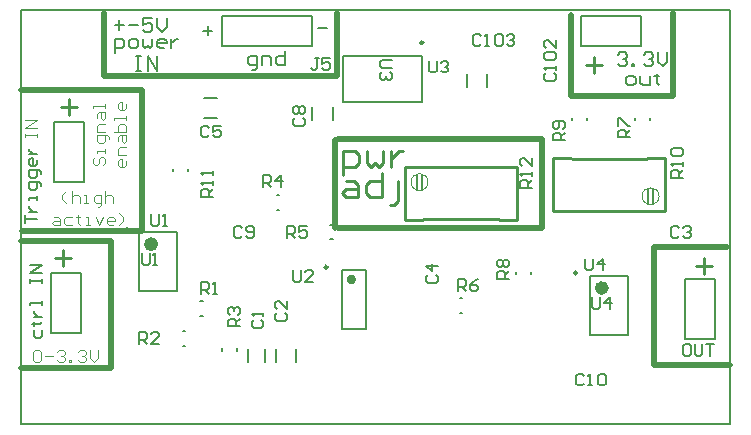
<source format=gto>
G04 Layer_Color=65535*
%FSLAX25Y25*%
%MOIN*%
G70*
G01*
G75*
%ADD25C,0.00500*%
%ADD26C,0.00591*%
%ADD34C,0.00394*%
%ADD35C,0.00984*%
%ADD36C,0.02362*%
%ADD37C,0.01575*%
%ADD38C,0.01968*%
%ADD39C,0.01000*%
%ADD40C,0.00100*%
%ADD41C,0.00787*%
%ADD42C,0.00606*%
%ADD43C,0.00472*%
D25*
X131996Y78100D02*
Y83100D01*
X133496Y78100D02*
Y83100D01*
X209024Y73396D02*
Y78396D01*
X210524Y73396D02*
Y78396D01*
X0Y137795D02*
X236221D01*
Y0D02*
Y137795D01*
X0Y0D02*
X236221D01*
X0D02*
Y137795D01*
D26*
X170276Y78740D02*
X166340D01*
Y80708D01*
X166996Y81364D01*
X168308D01*
X168964Y80708D01*
Y78740D01*
Y80052D02*
X170276Y81364D01*
Y82676D02*
Y83988D01*
Y83332D01*
X166340D01*
X166996Y82676D01*
X170276Y88579D02*
Y85956D01*
X167652Y88579D01*
X166996D01*
X166340Y87924D01*
Y86612D01*
X166996Y85956D01*
X187663Y16075D02*
X187007Y16731D01*
X185695D01*
X185039Y16075D01*
Y13451D01*
X185695Y12795D01*
X187007D01*
X187663Y13451D01*
X188975Y12795D02*
X190287D01*
X189631D01*
Y16731D01*
X188975Y16075D01*
X192255D02*
X192911Y16731D01*
X194223D01*
X194879Y16075D01*
Y13451D01*
X194223Y12795D01*
X192911D01*
X192255Y13451D01*
Y16075D01*
X73490Y65288D02*
X72834Y65944D01*
X71522D01*
X70866Y65288D01*
Y62664D01*
X71522Y62008D01*
X72834D01*
X73490Y62664D01*
X74802D02*
X75458Y62008D01*
X76770D01*
X77426Y62664D01*
Y65288D01*
X76770Y65944D01*
X75458D01*
X74802Y65288D01*
Y64632D01*
X75458Y63976D01*
X77426D01*
X187992Y55117D02*
Y51837D01*
X188648Y51181D01*
X189960D01*
X190616Y51837D01*
Y55117D01*
X193896Y51181D02*
Y55117D01*
X191928Y53149D01*
X194552D01*
X99080Y122046D02*
X97769D01*
X98425D01*
Y118766D01*
X97769Y118110D01*
X97113D01*
X96457Y118766D01*
X103016Y122046D02*
X100392D01*
Y120078D01*
X101704Y120734D01*
X102360D01*
X103016Y120078D01*
Y118766D01*
X102360Y118110D01*
X101048D01*
X100392Y118766D01*
X91208Y102033D02*
X90552Y101377D01*
Y100065D01*
X91208Y99410D01*
X93832D01*
X94488Y100065D01*
Y101377D01*
X93832Y102033D01*
X91208Y103345D02*
X90552Y104001D01*
Y105313D01*
X91208Y105969D01*
X91864D01*
X92520Y105313D01*
X93176Y105969D01*
X93832D01*
X94488Y105313D01*
Y104001D01*
X93832Y103345D01*
X93176D01*
X92520Y104001D01*
X91864Y103345D01*
X91208D01*
X92520Y104001D02*
Y105313D01*
X62663Y98752D02*
X62007Y99408D01*
X60695D01*
X60039Y98752D01*
Y96128D01*
X60695Y95472D01*
X62007D01*
X62663Y96128D01*
X66599Y99408D02*
X63975D01*
Y97440D01*
X65287Y98096D01*
X65943D01*
X66599Y97440D01*
Y96128D01*
X65943Y95472D01*
X64631D01*
X63975Y96128D01*
X174870Y116797D02*
X174214Y116141D01*
Y114829D01*
X174870Y114173D01*
X177494D01*
X178150Y114829D01*
Y116141D01*
X177494Y116797D01*
X178150Y118109D02*
Y119421D01*
Y118765D01*
X174214D01*
X174870Y118109D01*
Y121389D02*
X174214Y122045D01*
Y123357D01*
X174870Y124013D01*
X177494D01*
X178150Y123357D01*
Y122045D01*
X177494Y121389D01*
X174870D01*
X178150Y127948D02*
Y125324D01*
X175526Y127948D01*
X174870D01*
X174214Y127292D01*
Y125980D01*
X174870Y125324D01*
X43307Y69881D02*
Y66601D01*
X43963Y65945D01*
X45275D01*
X45931Y66601D01*
Y69881D01*
X47243Y65945D02*
X48555D01*
X47899D01*
Y69881D01*
X47243Y69225D01*
X135827Y121062D02*
Y117782D01*
X136483Y117126D01*
X137795D01*
X138451Y117782D01*
Y121062D01*
X139762Y120406D02*
X140419Y121062D01*
X141730D01*
X142386Y120406D01*
Y119750D01*
X141730Y119094D01*
X141074D01*
X141730D01*
X142386Y118438D01*
Y117782D01*
X141730Y117126D01*
X140419D01*
X139762Y117782D01*
X153214Y129264D02*
X152558Y129920D01*
X151247D01*
X150591Y129264D01*
Y126640D01*
X151247Y125984D01*
X152558D01*
X153214Y126640D01*
X154526Y125984D02*
X155838D01*
X155182D01*
Y129920D01*
X154526Y129264D01*
X157806D02*
X158462Y129920D01*
X159774D01*
X160430Y129264D01*
Y126640D01*
X159774Y125984D01*
X158462D01*
X157806Y126640D01*
Y129264D01*
X161742D02*
X162398Y129920D01*
X163710D01*
X164366Y129264D01*
Y128608D01*
X163710Y127952D01*
X163054D01*
X163710D01*
X164366Y127296D01*
Y126640D01*
X163710Y125984D01*
X162398D01*
X161742Y126640D01*
X222440Y26574D02*
X221128D01*
X220472Y25918D01*
Y23294D01*
X221128Y22638D01*
X222440D01*
X223096Y23294D01*
Y25918D01*
X222440Y26574D01*
X224408D02*
Y23294D01*
X225064Y22638D01*
X226376D01*
X227032Y23294D01*
Y26574D01*
X228344D02*
X230968D01*
X229656D01*
Y22638D01*
X88583Y62008D02*
Y65944D01*
X90551D01*
X91207Y65288D01*
Y63976D01*
X90551Y63320D01*
X88583D01*
X89895D02*
X91207Y62008D01*
X95142Y65944D02*
X92518D01*
Y63976D01*
X93830Y64632D01*
X94486D01*
X95142Y63976D01*
Y62664D01*
X94486Y62008D01*
X93174D01*
X92518Y62664D01*
X80630Y78969D02*
Y82904D01*
X82598D01*
X83254Y82248D01*
Y80936D01*
X82598Y80280D01*
X80630D01*
X81942D02*
X83254Y78969D01*
X86533D02*
Y82904D01*
X84566Y80936D01*
X87190D01*
X72835Y32480D02*
X68899D01*
Y34448D01*
X69555Y35104D01*
X70867D01*
X71523Y34448D01*
Y32480D01*
Y33792D02*
X72835Y35104D01*
X69555Y36416D02*
X68899Y37072D01*
Y38384D01*
X69555Y39040D01*
X70211D01*
X70867Y38384D01*
Y37728D01*
Y38384D01*
X71523Y39040D01*
X72179D01*
X72835Y38384D01*
Y37072D01*
X72179Y36416D01*
X39370Y26575D02*
Y30511D01*
X41338D01*
X41994Y29855D01*
Y28543D01*
X41338Y27887D01*
X39370D01*
X40682D02*
X41994Y26575D01*
X45930D02*
X43306D01*
X45930Y29199D01*
Y29855D01*
X45274Y30511D01*
X43962D01*
X43306Y29855D01*
X60039Y43307D02*
Y47243D01*
X62007D01*
X62663Y46587D01*
Y45275D01*
X62007Y44619D01*
X60039D01*
X61351D02*
X62663Y43307D01*
X63975D02*
X65287D01*
X64631D01*
Y47243D01*
X63975Y46587D01*
X4266Y31167D02*
Y29199D01*
X4922Y28543D01*
X6234D01*
X6890Y29199D01*
Y31167D01*
X3610Y33135D02*
X4266D01*
Y32479D01*
Y33791D01*
Y33135D01*
X6234D01*
X6890Y33791D01*
X4266Y35759D02*
X6890D01*
X5578D01*
X4922Y36415D01*
X4266Y37071D01*
Y37727D01*
X6890Y39695D02*
Y41006D01*
Y40350D01*
X2954D01*
Y39695D01*
Y46910D02*
Y48222D01*
Y47566D01*
X6890D01*
Y46910D01*
Y48222D01*
Y50190D02*
X2954D01*
X6890Y52814D01*
X2954D01*
X85303Y37073D02*
X84647Y36417D01*
Y35105D01*
X85303Y34449D01*
X87927D01*
X88583Y35105D01*
Y36417D01*
X87927Y37073D01*
X88583Y41008D02*
Y38385D01*
X85959Y41008D01*
X85303D01*
X84647Y40352D01*
Y39040D01*
X85303Y38385D01*
X135500Y49494D02*
X134844Y48838D01*
Y47526D01*
X135500Y46870D01*
X138124D01*
X138779Y47526D01*
Y48838D01*
X138124Y49494D01*
X138779Y52774D02*
X134844D01*
X136812Y50806D01*
Y53430D01*
X219159Y65288D02*
X218503Y65944D01*
X217191D01*
X216535Y65288D01*
Y62664D01*
X217191Y62008D01*
X218503D01*
X219159Y62664D01*
X220471Y65288D02*
X221127Y65944D01*
X222439D01*
X223095Y65288D01*
Y64632D01*
X222439Y63976D01*
X221783D01*
X222439D01*
X223095Y63320D01*
Y62664D01*
X222439Y62008D01*
X221127D01*
X220471Y62664D01*
X77429Y34494D02*
X76773Y33838D01*
Y32526D01*
X77429Y31870D01*
X80053D01*
X80708Y32526D01*
Y33838D01*
X80053Y34494D01*
X80708Y35806D02*
Y37118D01*
Y36462D01*
X76773D01*
X77429Y35806D01*
X1391Y66847D02*
Y69470D01*
Y68158D01*
X5327D01*
X2703Y70782D02*
X5327D01*
X4015D01*
X3359Y71438D01*
X2703Y72094D01*
Y72750D01*
X5327Y74718D02*
Y76030D01*
Y75374D01*
X2703D01*
Y74718D01*
X6639Y79310D02*
Y79966D01*
X5983Y80621D01*
X2703D01*
Y78654D01*
X3359Y77998D01*
X4671D01*
X5327Y78654D01*
Y80621D01*
X6639Y83245D02*
Y83901D01*
X5983Y84557D01*
X2703D01*
Y82589D01*
X3359Y81933D01*
X4671D01*
X5327Y82589D01*
Y84557D01*
Y87837D02*
Y86525D01*
X4671Y85869D01*
X3359D01*
X2703Y86525D01*
Y87837D01*
X3359Y88493D01*
X4015D01*
Y85869D01*
X2703Y89805D02*
X5327D01*
X4015D01*
X3359Y90461D01*
X2703Y91117D01*
Y91773D01*
X90551Y51180D02*
Y47900D01*
X91207Y47244D01*
X92519D01*
X93175Y47900D01*
Y51180D01*
X97111Y47244D02*
X94487D01*
X97111Y49868D01*
Y50524D01*
X96455Y51180D01*
X95143D01*
X94487Y50524D01*
X145669Y44291D02*
Y48227D01*
X147637D01*
X148293Y47571D01*
Y46259D01*
X147637Y45603D01*
X145669D01*
X146981D02*
X148293Y44291D01*
X152229Y48227D02*
X150917Y47571D01*
X149605Y46259D01*
Y44947D01*
X150261Y44291D01*
X151573D01*
X152229Y44947D01*
Y45603D01*
X151573Y46259D01*
X149605D01*
X202756Y95472D02*
X198820D01*
Y97440D01*
X199476Y98096D01*
X200788D01*
X201444Y97440D01*
Y95472D01*
Y96784D02*
X202756Y98096D01*
X198820Y99408D02*
Y102032D01*
X199476D01*
X202100Y99408D01*
X202756D01*
X162402Y48228D02*
X158466D01*
Y50196D01*
X159122Y50852D01*
X160434D01*
X161090Y50196D01*
Y48228D01*
Y49540D02*
X162402Y50852D01*
X159122Y52164D02*
X158466Y52820D01*
Y54132D01*
X159122Y54788D01*
X159778D01*
X160434Y54132D01*
X161090Y54788D01*
X161746D01*
X162402Y54132D01*
Y52820D01*
X161746Y52164D01*
X161090D01*
X160434Y52820D01*
X159778Y52164D01*
X159122D01*
X160434Y52820D02*
Y54132D01*
X181102Y94488D02*
X177167D01*
Y96456D01*
X177823Y97112D01*
X179135D01*
X179790Y96456D01*
Y94488D01*
Y95800D02*
X181102Y97112D01*
X180446Y98424D02*
X181102Y99080D01*
Y100392D01*
X180446Y101048D01*
X177823D01*
X177167Y100392D01*
Y99080D01*
X177823Y98424D01*
X178479D01*
X179135Y99080D01*
Y101048D01*
X220500Y82000D02*
X216564D01*
Y83968D01*
X217220Y84624D01*
X218532D01*
X219188Y83968D01*
Y82000D01*
Y83312D02*
X220500Y84624D01*
Y85936D02*
Y87248D01*
Y86592D01*
X216564D01*
X217220Y85936D01*
Y89215D02*
X216564Y89872D01*
Y91183D01*
X217220Y91839D01*
X219844D01*
X220500Y91183D01*
Y89872D01*
X219844Y89215D01*
X217220D01*
X63976Y75787D02*
X60041D01*
Y77755D01*
X60697Y78411D01*
X62009D01*
X62665Y77755D01*
Y75787D01*
Y77099D02*
X63976Y78411D01*
Y79723D02*
Y81035D01*
Y80379D01*
X60041D01*
X60697Y79723D01*
X63976Y83003D02*
Y84315D01*
Y83659D01*
X60041D01*
X60697Y83003D01*
X190366Y42306D02*
Y39026D01*
X191022Y38370D01*
X192334D01*
X192990Y39026D01*
Y42306D01*
X196270Y38370D02*
Y42306D01*
X194302Y40338D01*
X196926D01*
X40126Y56920D02*
Y53640D01*
X40782Y52984D01*
X42094D01*
X42750Y53640D01*
Y56920D01*
X44062Y52984D02*
X45374D01*
X44718D01*
Y56920D01*
X44062Y56264D01*
X123436Y121315D02*
X120156D01*
X119500Y120659D01*
Y119347D01*
X120156Y118691D01*
X123436D01*
X122780Y117379D02*
X123436Y116723D01*
Y115411D01*
X122780Y114755D01*
X122124D01*
X121468Y115411D01*
Y116067D01*
Y115411D01*
X120812Y114755D01*
X120156D01*
X119500Y115411D01*
Y116723D01*
X120156Y117379D01*
D34*
X135564Y80600D02*
G03*
X135564Y80600I-2818J0D01*
G01*
X212591Y75896D02*
G03*
X212591Y75896I-2818J0D01*
G01*
D35*
X185236Y50315D02*
G03*
X185236Y50315I-492J0D01*
G01*
X35783Y64732D02*
G03*
X35783Y64732I-492J0D01*
G01*
X133984Y127118D02*
G03*
X133984Y127118I-492J0D01*
G01*
X102067Y52260D02*
G03*
X102067Y52260I-492J0D01*
G01*
D36*
X194685Y45276D02*
G03*
X194685Y45276I-1181J0D01*
G01*
X44445Y59890D02*
G03*
X44445Y59890I-1181J0D01*
G01*
D37*
X110827Y48106D02*
G03*
X110827Y48106I-787J0D01*
G01*
D38*
X27559Y115815D02*
Y136811D01*
X104646Y65299D02*
Y94685D01*
X173543Y65299D02*
Y94685D01*
X173402Y94827D02*
X173543Y94685D01*
X105657Y94827D02*
X173402D01*
X105657Y65299D02*
X173543D01*
X0Y111221D02*
X40343D01*
X217342Y109252D02*
Y136953D01*
X183343Y109252D02*
X217342D01*
X183343D02*
Y136453D01*
X40343Y64315D02*
Y74315D01*
X343Y64315D02*
X40343D01*
Y74315D02*
Y111221D01*
X0Y61024D02*
X29842D01*
Y18701D02*
Y61024D01*
X-158Y18701D02*
X29842D01*
X210842Y59055D02*
X235236D01*
X210842Y19685D02*
Y59055D01*
Y19685D02*
X236221D01*
X27559Y115815D02*
X105315D01*
Y136811D01*
D39*
X127796Y67850D02*
Y85650D01*
X165196Y67850D02*
Y85650D01*
X127796D02*
X165196D01*
X127796Y67850D02*
X133796D01*
X159196D02*
X165196D01*
X133896Y68350D02*
X159096D01*
X183424Y88146D02*
X208624D01*
X177324Y88646D02*
X183324D01*
X208724D02*
X214724D01*
X177324Y70846D02*
X214724D01*
X177324D02*
Y88646D01*
X214724Y70846D02*
Y88646D01*
X107299Y83076D02*
Y91074D01*
X111298D01*
X112631Y89741D01*
Y87075D01*
X111298Y85742D01*
X107299D01*
X115297Y91074D02*
Y87075D01*
X116630Y85742D01*
X117962Y87075D01*
X119295Y85742D01*
X120628Y87075D01*
Y91074D01*
X123294D02*
Y85742D01*
Y88408D01*
X124627Y89741D01*
X125960Y91074D01*
X127293D01*
X224759Y52474D02*
X230091D01*
X227425Y55139D02*
Y49808D01*
X11177Y55348D02*
X16508D01*
X13842Y58013D02*
Y52682D01*
X13145Y105544D02*
X18477D01*
X15811Y108210D02*
Y102879D01*
X188334Y119726D02*
X193666D01*
X191000Y122391D02*
Y117060D01*
X108314Y81005D02*
X110980D01*
X112313Y79672D01*
Y75674D01*
X108314D01*
X106981Y77007D01*
X108314Y78339D01*
X112313D01*
X120310Y83671D02*
Y75674D01*
X116312D01*
X114979Y77007D01*
Y79672D01*
X116312Y81005D01*
X120310D01*
X122976Y73008D02*
X124309D01*
X125642Y74341D01*
Y81005D01*
D40*
X159096Y68350D02*
X159196D01*
X183324Y88146D02*
X183424D01*
D41*
X189567Y29528D02*
Y49213D01*
X202165Y29528D02*
Y49213D01*
X189567D02*
X202165D01*
X189567Y29528D02*
X202165D01*
X66850Y135906D02*
X96851D01*
Y125906D02*
Y135906D01*
X66850Y125906D02*
X96851D01*
X66850D02*
Y135906D01*
X103740Y101181D02*
Y105512D01*
X97047Y101181D02*
Y105512D01*
X60827Y108661D02*
X65158D01*
X60827Y101969D02*
X65158D01*
X39327Y44142D02*
X51925D01*
X39327Y63827D02*
X51925D01*
Y44142D02*
Y63827D01*
X39327Y44142D02*
Y63827D01*
X107311Y122492D02*
X133689D01*
X107311Y107138D02*
X133689D01*
Y122492D01*
X107311Y107138D02*
Y122492D01*
X186500Y125815D02*
Y135815D01*
Y125815D02*
X206500D01*
Y135815D01*
X186500D02*
X206500D01*
X148653Y112150D02*
Y116480D01*
X155347Y112150D02*
Y116480D01*
X221378Y48307D02*
X231378D01*
X221378Y28307D02*
Y48307D01*
Y28307D02*
X231378D01*
Y48307D01*
X102953Y61516D02*
X103740D01*
X102953Y66437D02*
X103740D01*
X85236Y71358D02*
X86024D01*
X85236Y76279D02*
X86024D01*
X66917Y24437D02*
Y25224D01*
X71839Y24437D02*
Y25224D01*
X53740Y31004D02*
X54528D01*
X53740Y26083D02*
X54528D01*
X59646Y35925D02*
X60433D01*
X59646Y40846D02*
X60433D01*
X9843Y50315D02*
X19842D01*
X9843Y30315D02*
Y50315D01*
Y30315D02*
X19842D01*
Y50315D01*
X85031Y20665D02*
Y24996D01*
X91724Y20665D02*
Y24996D01*
X75425Y20665D02*
Y24996D01*
X81331Y20665D02*
Y24996D01*
X20748Y80630D02*
Y100630D01*
X10748Y80630D02*
X20748D01*
X10748D02*
Y100630D01*
X20748D01*
X106890Y31571D02*
Y51256D01*
X114764Y31571D02*
Y51256D01*
X106890D02*
X114764D01*
X106890Y31571D02*
X114764D01*
X146102Y41831D02*
X146890D01*
X146102Y36909D02*
X146890D01*
X209449Y101224D02*
Y102012D01*
X204527Y101224D02*
Y102012D01*
X169783Y49803D02*
Y50591D01*
X164862Y49803D02*
Y50591D01*
X183563Y101224D02*
Y102012D01*
X188484Y101224D02*
Y102012D01*
X50689Y84252D02*
Y85039D01*
X55610Y84252D02*
Y85039D01*
D42*
X76984Y117977D02*
X77771D01*
X78558Y118764D01*
Y122700D01*
X76197D01*
X75410Y121913D01*
Y120339D01*
X76197Y119552D01*
X78558D01*
X80132D02*
Y122700D01*
X82494D01*
X83281Y121913D01*
Y119552D01*
X88004Y124275D02*
Y119552D01*
X85642D01*
X84855Y120339D01*
Y121913D01*
X85642Y122700D01*
X88004D01*
X31118Y123686D02*
Y128409D01*
X33480D01*
X34267Y127621D01*
Y126047D01*
X33480Y125260D01*
X31118D01*
X36628D02*
X38202D01*
X38990Y126047D01*
Y127621D01*
X38202Y128409D01*
X36628D01*
X35841Y127621D01*
Y126047D01*
X36628Y125260D01*
X40564Y128409D02*
Y126047D01*
X41351Y125260D01*
X42138Y126047D01*
X42925Y125260D01*
X43712Y126047D01*
Y128409D01*
X47648Y125260D02*
X46074D01*
X45287Y126047D01*
Y127621D01*
X46074Y128409D01*
X47648D01*
X48435Y127621D01*
Y126834D01*
X45287D01*
X50010Y128409D02*
Y125260D01*
Y126834D01*
X50797Y127621D01*
X51584Y128409D01*
X52371D01*
X198835Y123082D02*
X199622Y123869D01*
X201196D01*
X201983Y123082D01*
Y122295D01*
X201196Y121508D01*
X200409D01*
X201196D01*
X201983Y120721D01*
Y119934D01*
X201196Y119147D01*
X199622D01*
X198835Y119934D01*
X203557Y119147D02*
Y119934D01*
X204345D01*
Y119147D01*
X203557D01*
X207493Y123082D02*
X208280Y123869D01*
X209855D01*
X210642Y123082D01*
Y122295D01*
X209855Y121508D01*
X209067D01*
X209855D01*
X210642Y120721D01*
Y119934D01*
X209855Y119147D01*
X208280D01*
X207493Y119934D01*
X212216Y123869D02*
Y120721D01*
X213790Y119147D01*
X215365Y120721D01*
Y123869D01*
X202377Y112811D02*
X203951D01*
X204738Y113598D01*
Y115173D01*
X203951Y115960D01*
X202377D01*
X201589Y115173D01*
Y113598D01*
X202377Y112811D01*
X206312Y115960D02*
Y113598D01*
X207100Y112811D01*
X209461D01*
Y115960D01*
X211822Y116747D02*
Y115960D01*
X211035D01*
X212610D01*
X211822D01*
Y113598D01*
X212610Y112811D01*
X38202Y122503D02*
X39777D01*
X38990D01*
Y117780D01*
X38202D01*
X39777D01*
X42138D02*
Y122503D01*
X45287Y117780D01*
Y122503D01*
X98882Y131846D02*
X102031D01*
X31118Y132937D02*
X34267D01*
X32692Y134511D02*
Y131363D01*
X35841Y132937D02*
X38990D01*
X43712Y135299D02*
X40564D01*
Y132937D01*
X42138Y133724D01*
X42925D01*
X43712Y132937D01*
Y131363D01*
X42925Y130576D01*
X41351D01*
X40564Y131363D01*
X45287Y135299D02*
Y132150D01*
X46861Y130576D01*
X48435Y132150D01*
Y135299D01*
X60497Y131059D02*
X63645D01*
X62071Y132633D02*
Y129485D01*
D43*
X14907Y73586D02*
X13595Y74898D01*
Y76210D01*
X14907Y77522D01*
X16874D02*
Y73586D01*
Y75554D01*
X17530Y76210D01*
X18842D01*
X19498Y75554D01*
Y73586D01*
X20810D02*
X22122D01*
X21466D01*
Y76210D01*
X20810D01*
X25402Y72274D02*
X26058D01*
X26714Y72930D01*
Y76210D01*
X24746D01*
X24090Y75554D01*
Y74242D01*
X24746Y73586D01*
X26714D01*
X28026Y77522D02*
Y73586D01*
Y75554D01*
X28682Y76210D01*
X29994D01*
X30650Y75554D01*
Y73586D01*
X10971Y69041D02*
X12283D01*
X12939Y68385D01*
Y66417D01*
X10971D01*
X10315Y67073D01*
X10971Y67729D01*
X12939D01*
X16874Y69041D02*
X14907D01*
X14251Y68385D01*
Y67073D01*
X14907Y66417D01*
X16874D01*
X18842Y69697D02*
Y69041D01*
X18186D01*
X19498D01*
X18842D01*
Y67073D01*
X19498Y66417D01*
X21466D02*
X22778D01*
X22122D01*
Y69041D01*
X21466D01*
X24746D02*
X26058Y66417D01*
X27370Y69041D01*
X30650Y66417D02*
X29338D01*
X28682Y67073D01*
Y68385D01*
X29338Y69041D01*
X30650D01*
X31306Y68385D01*
Y67729D01*
X28682D01*
X32618Y66417D02*
X33929Y67729D01*
Y69041D01*
X32618Y70353D01*
X3940Y24069D02*
X4597Y24725D01*
X5908D01*
X6564Y24069D01*
Y21445D01*
X5908Y20789D01*
X4597D01*
X3940Y21445D01*
Y24069D01*
X7876Y22757D02*
X10500D01*
X11812Y24069D02*
X12468Y24725D01*
X13780D01*
X14436Y24069D01*
Y23413D01*
X13780Y22757D01*
X13124D01*
X13780D01*
X14436Y22101D01*
Y21445D01*
X13780Y20789D01*
X12468D01*
X11812Y21445D01*
X15748Y20789D02*
Y21445D01*
X16404D01*
Y20789D01*
X15748D01*
X19027Y24069D02*
X19683Y24725D01*
X20995D01*
X21651Y24069D01*
Y23413D01*
X20995Y22757D01*
X20339D01*
X20995D01*
X21651Y22101D01*
Y21445D01*
X20995Y20789D01*
X19683D01*
X19027Y21445D01*
X22963Y24725D02*
Y22101D01*
X24275Y20789D01*
X25587Y22101D01*
Y24725D01*
X24512Y88913D02*
X23856Y88257D01*
Y86945D01*
X24512Y86289D01*
X25168D01*
X25824Y86945D01*
Y88257D01*
X26480Y88913D01*
X27136D01*
X27792Y88257D01*
Y86945D01*
X27136Y86289D01*
X27792Y90225D02*
Y91537D01*
Y90881D01*
X25168D01*
Y90225D01*
X29104Y94817D02*
Y95473D01*
X28448Y96129D01*
X25168D01*
Y94161D01*
X25824Y93505D01*
X27136D01*
X27792Y94161D01*
Y96129D01*
Y97441D02*
X25168D01*
Y99409D01*
X25824Y100064D01*
X27792D01*
X25168Y102032D02*
Y103344D01*
X25824Y104000D01*
X27792D01*
Y102032D01*
X27136Y101376D01*
X26480Y102032D01*
Y104000D01*
X27792Y105312D02*
Y106624D01*
Y105968D01*
X23856D01*
Y105312D01*
X34961Y87601D02*
Y86289D01*
X34305Y85633D01*
X32993D01*
X32337Y86289D01*
Y87601D01*
X32993Y88257D01*
X33649D01*
Y85633D01*
X34961Y89569D02*
X32337D01*
Y91537D01*
X32993Y92193D01*
X34961D01*
X32337Y94161D02*
Y95473D01*
X32993Y96129D01*
X34961D01*
Y94161D01*
X34305Y93505D01*
X33649Y94161D01*
Y96129D01*
X31025Y97441D02*
X34961D01*
Y99409D01*
X34305Y100064D01*
X33649D01*
X32993D01*
X32337Y99409D01*
Y97441D01*
X34961Y101376D02*
Y102688D01*
Y102032D01*
X31025D01*
Y101376D01*
X34961Y106624D02*
Y105312D01*
X34305Y104656D01*
X32993D01*
X32337Y105312D01*
Y106624D01*
X32993Y107280D01*
X33649D01*
Y104656D01*
X1358Y95473D02*
Y96785D01*
Y96129D01*
X5294D01*
Y95473D01*
Y96785D01*
Y98753D02*
X1358D01*
X5294Y101377D01*
X1358D01*
M02*

</source>
